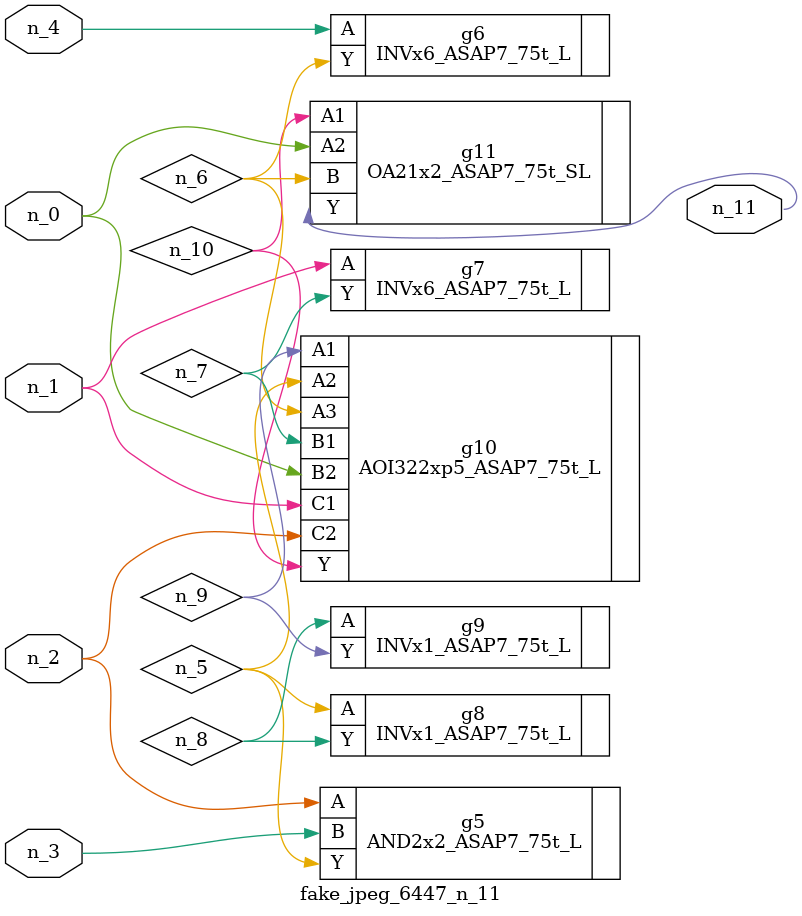
<source format=v>
module fake_jpeg_6447_n_11 (n_3, n_2, n_1, n_0, n_4, n_11);

input n_3;
input n_2;
input n_1;
input n_0;
input n_4;

output n_11;

wire n_10;
wire n_8;
wire n_9;
wire n_6;
wire n_5;
wire n_7;

AND2x2_ASAP7_75t_L g5 ( 
.A(n_2),
.B(n_3),
.Y(n_5)
);

INVx6_ASAP7_75t_L g6 ( 
.A(n_4),
.Y(n_6)
);

INVx6_ASAP7_75t_L g7 ( 
.A(n_1),
.Y(n_7)
);

INVx1_ASAP7_75t_L g8 ( 
.A(n_5),
.Y(n_8)
);

INVx1_ASAP7_75t_L g9 ( 
.A(n_8),
.Y(n_9)
);

AOI322xp5_ASAP7_75t_L g10 ( 
.A1(n_9),
.A2(n_5),
.A3(n_6),
.B1(n_7),
.B2(n_0),
.C1(n_1),
.C2(n_2),
.Y(n_10)
);

OA21x2_ASAP7_75t_SL g11 ( 
.A1(n_10),
.A2(n_0),
.B(n_6),
.Y(n_11)
);


endmodule
</source>
